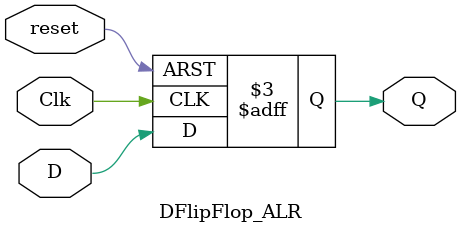
<source format=v>
module DFlipFlop_ALR(output reg Q, input D,Clk,reset);
always @(posedge Clk or negedge reset) begin
    if (!reset)
        Q <= 0;
    else
        Q <= D;
end 
endmodule

</source>
